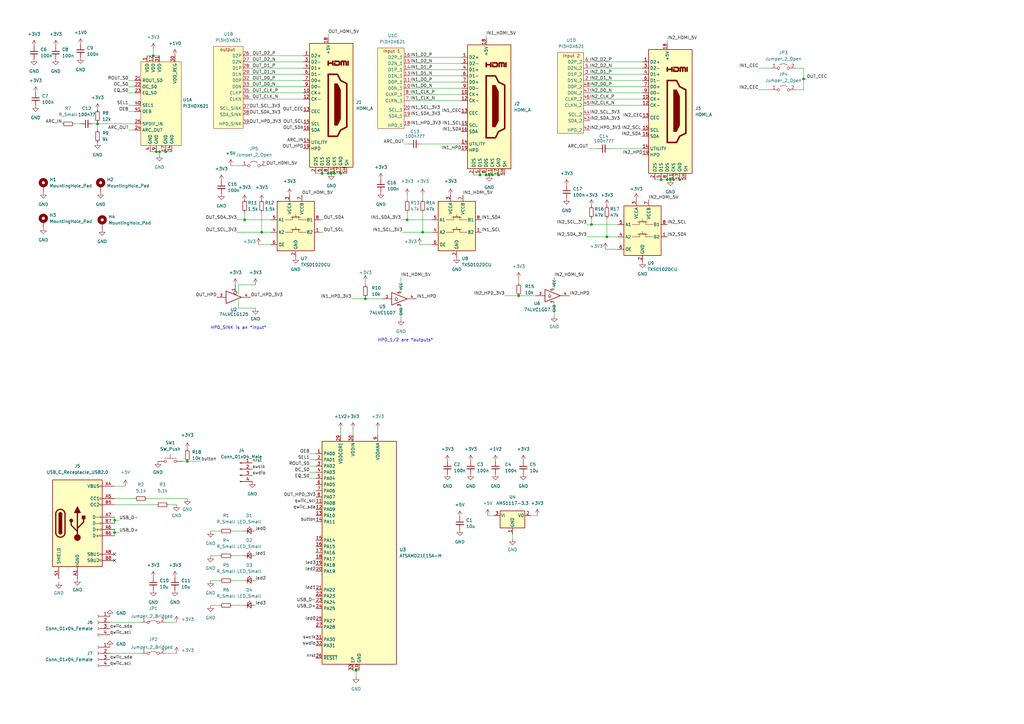
<source format=kicad_sch>
(kicad_sch (version 20230121) (generator eeschema)
  (paper "A3")
  (junction (at 167.005 90.17))
  (junction (at 242.57 92.075))
  (junction (at 248.92 97.155))
  (junction (at 107.315 95.25))
  (junction (at 67.945 62.23))
  (junction (at 271.145 73.66))
  (junction (at 135.89 71.12))
  (junction (at 62.865 22.86))
  (junction (at 100.33 90.17))
  (junction (at 329.565 32.385))
  (junction (at 40.005 50.8))
  (junction (at 139.7 71.12))
  (junction (at 196.85 71.755))
  (junction (at 149.86 122.555))
  (junction (at 146.05 274.955))
  (junction (at 274.955 73.66))
  (junction (at 199.39 71.755))
  (junction (at 137.16 71.12))
  (junction (at 273.685 73.66))
  (junction (at 212.725 121.285))
  (junction (at 65.405 62.23))
  (junction (at 200.66 71.755))
  (junction (at 173.355 95.25))
  (junction (at 204.47 71.755))
  (junction (at 76.835 189.23))
  (junction (at 134.62 71.12))
  (junction (at 132.08 71.12))
  (junction (at 46.99 218.44))
  (junction (at 276.225 73.66))
  (junction (at 46.99 213.36))
  (junction (at 201.93 71.755))
  (junction (at 64.135 62.23))
  (junction (at 278.765 73.66))
  (no_connect (at 46.99 227.33))
  (no_connect (at 46.99 229.87))
  (wire (pts (xy 200.025 211.455) (xy 202.565 211.455)))
  (wire (pts (xy 144.145 122.555) (xy 149.86 122.555)))
  (wire (pts (xy 127 191.135) (xy 129.54 191.135)))
  (wire (pts (xy 248.92 89.535) (xy 248.92 97.155)))
  (wire (pts (xy 107.315 95.25) (xy 111.125 95.25)))
  (wire (pts (xy 149.86 122.555) (xy 156.845 122.555)))
  (wire (pts (xy 94.615 67.945) (xy 99.06 67.945)))
  (wire (pts (xy 107.315 81.915) (xy 107.315 82.55)))
  (wire (pts (xy 46.99 218.44) (xy 46.99 219.71)))
  (wire (pts (xy 45.085 267.97) (xy 57.785 267.97)))
  (wire (pts (xy 102.235 27.94) (xy 124.46 27.94)))
  (wire (pts (xy 102.235 38.1) (xy 124.46 38.1)))
  (wire (pts (xy 65.405 63.5) (xy 65.405 62.23)))
  (wire (pts (xy 164.465 90.17) (xy 167.005 90.17)))
  (wire (pts (xy 149.86 115.57) (xy 149.86 116.84)))
  (wire (pts (xy 102.235 30.48) (xy 124.46 30.48)))
  (wire (pts (xy 168.275 41.275) (xy 189.23 41.275)))
  (wire (pts (xy 40.005 53.34) (xy 40.005 50.8)))
  (wire (pts (xy 204.47 71.755) (xy 207.01 71.755)))
  (wire (pts (xy 146.05 274.955) (xy 147.32 274.955)))
  (wire (pts (xy 240.665 92.075) (xy 242.57 92.075)))
  (wire (pts (xy 173.355 80.01) (xy 173.355 81.915)))
  (wire (pts (xy 95.25 238.125) (xy 99.695 238.125)))
  (wire (pts (xy 127 186.055) (xy 129.54 186.055)))
  (wire (pts (xy 52.705 53.34) (xy 55.245 53.34)))
  (wire (pts (xy 196.85 71.755) (xy 199.39 71.755)))
  (wire (pts (xy 86.36 238.125) (xy 90.17 238.125)))
  (wire (pts (xy 102.235 40.64) (xy 124.46 40.64)))
  (wire (pts (xy 144.78 175.895) (xy 144.78 178.435)))
  (wire (pts (xy 168.275 28.575) (xy 189.23 28.575)))
  (wire (pts (xy 242.57 89.535) (xy 242.57 92.075)))
  (wire (pts (xy 273.685 73.66) (xy 274.955 73.66)))
  (wire (pts (xy 69.215 207.01) (xy 72.39 207.01)))
  (wire (pts (xy 30.48 50.8) (xy 33.02 50.8)))
  (wire (pts (xy 168.275 38.735) (xy 189.23 38.735)))
  (wire (pts (xy 45.085 255.27) (xy 57.785 255.27)))
  (wire (pts (xy 46.99 218.44) (xy 48.895 218.44)))
  (wire (pts (xy 62.865 22.86) (xy 65.405 22.86)))
  (wire (pts (xy 102.235 25.4) (xy 124.46 25.4)))
  (wire (pts (xy 278.765 73.66) (xy 281.305 73.66)))
  (wire (pts (xy 167.005 80.01) (xy 167.005 81.915)))
  (wire (pts (xy 46.99 217.17) (xy 46.99 218.44)))
  (wire (pts (xy 167.005 90.17) (xy 177.165 90.17)))
  (wire (pts (xy 172.72 59.055) (xy 189.23 59.055)))
  (wire (pts (xy 100.33 90.17) (xy 111.125 90.17)))
  (wire (pts (xy 168.275 33.655) (xy 189.23 33.655)))
  (wire (pts (xy 46.99 207.01) (xy 64.135 207.01)))
  (wire (pts (xy 168.275 23.495) (xy 189.23 23.495)))
  (wire (pts (xy 212.725 114.3) (xy 212.725 116.205)))
  (wire (pts (xy 86.36 248.285) (xy 90.17 248.285)))
  (wire (pts (xy 67.945 255.27) (xy 72.39 255.27)))
  (wire (pts (xy 194.31 71.755) (xy 196.85 71.755)))
  (wire (pts (xy 97.79 120.65) (xy 97.79 116.84)))
  (wire (pts (xy 52.705 33.02) (xy 55.245 33.02)))
  (wire (pts (xy 62.865 20.32) (xy 62.865 22.86)))
  (wire (pts (xy 46.99 213.36) (xy 46.99 214.63)))
  (wire (pts (xy 95.25 248.285) (xy 99.695 248.285)))
  (wire (pts (xy 268.605 73.66) (xy 271.145 73.66)))
  (wire (pts (xy 46.99 212.09) (xy 46.99 213.36)))
  (wire (pts (xy 127 193.675) (xy 129.54 193.675)))
  (wire (pts (xy 210.185 219.075) (xy 210.185 220.98)))
  (wire (pts (xy 167.005 86.995) (xy 167.005 90.17)))
  (wire (pts (xy 201.93 71.755) (xy 200.66 71.755)))
  (wire (pts (xy 61.595 62.23) (xy 64.135 62.23)))
  (wire (pts (xy 134.62 13.97) (xy 134.62 15.24)))
  (wire (pts (xy 273.685 16.51) (xy 273.685 17.78)))
  (wire (pts (xy 149.86 121.92) (xy 149.86 122.555)))
  (wire (pts (xy 200.66 71.755) (xy 199.39 71.755)))
  (wire (pts (xy 139.7 71.12) (xy 137.16 71.12)))
  (wire (pts (xy 139.7 71.12) (xy 142.24 71.12)))
  (wire (pts (xy 127 196.215) (xy 129.54 196.215)))
  (wire (pts (xy 102.235 22.86) (xy 124.46 22.86)))
  (wire (pts (xy 172.085 100.33) (xy 177.165 100.33)))
  (wire (pts (xy 131.445 90.17) (xy 132.715 90.17)))
  (wire (pts (xy 241.935 35.56) (xy 263.525 35.56)))
  (wire (pts (xy 46.99 213.36) (xy 48.895 213.36)))
  (wire (pts (xy 137.16 71.12) (xy 135.89 71.12)))
  (wire (pts (xy 52.705 43.18) (xy 55.245 43.18)))
  (wire (pts (xy 329.565 32.385) (xy 329.565 36.83)))
  (wire (pts (xy 263.525 55.88) (xy 262.89 55.88)))
  (wire (pts (xy 168.275 36.195) (xy 189.23 36.195)))
  (wire (pts (xy 154.94 175.895) (xy 154.94 178.435)))
  (wire (pts (xy 76.835 189.23) (xy 82.55 189.23)))
  (wire (pts (xy 144.78 274.955) (xy 146.05 274.955)))
  (wire (pts (xy 52.705 38.1) (xy 55.245 38.1)))
  (wire (pts (xy 135.89 71.12) (xy 134.62 71.12)))
  (wire (pts (xy 139.7 175.895) (xy 139.7 178.435)))
  (wire (pts (xy 106.045 100.33) (xy 111.125 100.33)))
  (wire (pts (xy 52.705 35.56) (xy 55.245 35.56)))
  (wire (pts (xy 86.36 227.965) (xy 90.17 227.965)))
  (wire (pts (xy 97.79 123.19) (xy 97.79 126.365)))
  (wire (pts (xy 311.15 36.83) (xy 316.23 36.83)))
  (wire (pts (xy 65.405 62.23) (xy 67.945 62.23)))
  (wire (pts (xy 102.235 33.02) (xy 124.46 33.02)))
  (wire (pts (xy 100.33 86.995) (xy 100.33 90.17)))
  (wire (pts (xy 248.285 102.235) (xy 253.365 102.235)))
  (wire (pts (xy 67.945 62.23) (xy 70.485 62.23)))
  (wire (pts (xy 329.565 27.94) (xy 326.39 27.94)))
  (wire (pts (xy 64.135 62.23) (xy 65.405 62.23)))
  (wire (pts (xy 217.805 211.455) (xy 220.345 211.455)))
  (wire (pts (xy 173.355 95.25) (xy 177.165 95.25)))
  (wire (pts (xy 165.1 95.25) (xy 173.355 95.25)))
  (wire (pts (xy 127 188.595) (xy 129.54 188.595)))
  (wire (pts (xy 95.25 227.965) (xy 99.695 227.965)))
  (wire (pts (xy 329.565 32.385) (xy 330.835 32.385)))
  (wire (pts (xy 241.935 30.48) (xy 263.525 30.48)))
  (wire (pts (xy 46.99 204.47) (xy 55.245 204.47)))
  (wire (pts (xy 67.945 267.97) (xy 72.39 267.97)))
  (wire (pts (xy 227.33 113.665) (xy 227.33 118.745)))
  (wire (pts (xy 102.235 35.56) (xy 124.46 35.56)))
  (wire (pts (xy 240.665 97.155) (xy 248.92 97.155)))
  (wire (pts (xy 168.275 26.035) (xy 189.23 26.035)))
  (wire (pts (xy 329.565 27.94) (xy 329.565 32.385)))
  (wire (pts (xy 164.465 125.095) (xy 164.465 130.81)))
  (wire (pts (xy 276.225 73.66) (xy 278.765 73.66)))
  (wire (pts (xy 168.275 31.115) (xy 189.23 31.115)))
  (wire (pts (xy 97.155 90.17) (xy 100.33 90.17)))
  (wire (pts (xy 227.33 123.825) (xy 227.33 129.54)))
  (wire (pts (xy 60.325 204.47) (xy 76.835 204.47)))
  (wire (pts (xy 241.935 27.94) (xy 263.525 27.94)))
  (wire (pts (xy 212.725 121.285) (xy 219.71 121.285)))
  (wire (pts (xy 40.005 50.8) (xy 55.245 50.8)))
  (wire (pts (xy 100.33 81.915) (xy 100.33 82.55)))
  (wire (pts (xy 74.93 189.23) (xy 76.835 189.23)))
  (wire (pts (xy 241.935 33.02) (xy 263.525 33.02)))
  (wire (pts (xy 107.315 86.995) (xy 107.315 95.25)))
  (wire (pts (xy 131.445 95.25) (xy 132.715 95.25)))
  (wire (pts (xy 134.62 71.12) (xy 132.08 71.12)))
  (wire (pts (xy 241.935 40.64) (xy 263.525 40.64)))
  (wire (pts (xy 38.1 50.8) (xy 40.005 50.8)))
  (wire (pts (xy 97.79 116.84) (xy 104.775 116.84)))
  (wire (pts (xy 95.25 217.805) (xy 99.695 217.805)))
  (wire (pts (xy 167.64 59.055) (xy 165.735 59.055)))
  (wire (pts (xy 241.935 43.18) (xy 263.525 43.18)))
  (wire (pts (xy 329.565 36.83) (xy 326.39 36.83)))
  (wire (pts (xy 199.39 14.605) (xy 199.39 15.875)))
  (wire (pts (xy 146.05 274.955) (xy 146.05 277.495)))
  (wire (pts (xy 60.325 22.86) (xy 62.865 22.86)))
  (wire (pts (xy 250.19 60.96) (xy 263.525 60.96)))
  (wire (pts (xy 164.465 113.665) (xy 164.465 120.015)))
  (wire (pts (xy 173.355 86.995) (xy 173.355 95.25)))
  (wire (pts (xy 40.005 50.165) (xy 40.005 50.8)))
  (wire (pts (xy 52.705 45.72) (xy 55.245 45.72)))
  (wire (pts (xy 241.935 38.1) (xy 263.525 38.1)))
  (wire (pts (xy 245.11 60.96) (xy 241.3 60.96)))
  (wire (pts (xy 46.99 199.39) (xy 51.435 199.39)))
  (wire (pts (xy 248.92 97.155) (xy 253.365 97.155)))
  (wire (pts (xy 242.57 92.075) (xy 253.365 92.075)))
  (wire (pts (xy 97.155 95.25) (xy 107.315 95.25)))
  (wire (pts (xy 263.525 53.34) (xy 262.89 53.34)))
  (wire (pts (xy 311.15 27.94) (xy 316.23 27.94)))
  (wire (pts (xy 97.79 126.365) (xy 104.775 126.365)))
  (wire (pts (xy 204.47 71.755) (xy 201.93 71.755)))
  (wire (pts (xy 207.01 121.285) (xy 212.725 121.285)))
  (wire (pts (xy 86.36 217.805) (xy 90.17 217.805)))
  (wire (pts (xy 271.145 73.66) (xy 273.685 73.66)))
  (wire (pts (xy 274.955 73.66) (xy 276.225 73.66)))
  (wire (pts (xy 129.54 71.12) (xy 132.08 71.12)))
  (wire (pts (xy 241.935 25.4) (xy 263.525 25.4)))
  (text "deisgned for JLCPCB Stackup: JLC04161H-7628" (at 85.725 -8.255 0) (effects (font (size 5 5)) (justify left bottom)))
  (text "HPD_SINK is an *input*" (at 86.36 135.255 0) (effects (font (size 1.27 1.27)) (justify left bottom)))
  (text "HPD_1/2 are *outputs*" (at 154.94 140.335 0) (effects (font (size 1.27 1.27)) (justify left bottom)))
  (label "IN1_HDMI_5V" (at 164.465 113.665 0))
  (label "OUT_SCL_3V3" (at 97.155 95.25 180))
  (label "OUT_SDA" (at 124.46 53.34 180))
  (label "OUT_D2_P" (at 103.505 22.86 0))
  (label "led1" (at 129.54 241.935 180))
  (label "led0" (at 129.54 254.635 180))
  (label "IN1_D1_N" (at 168.275 31.115 0))
  (label "ROUT_S0" (at 127 191.135 180))
  (label "button" (at 82.55 189.23 0))
  (label "IN1_HPD" (at 170.815 122.555 0))
  (label "IN1_CEC" (at 189.23 46.355 180))
  (label "IN2_SCL_3V3" (at 241.935 46.99 0))
  (label "IN1_D2_N" (at 168.275 26.035 0))
  (label "OUT_HPD" (at 88.9 121.92 180))
  (label "IN1_SDA_3V3" (at 168.275 47.625 0))
  (label "IN1_SCL" (at 197.485 95.25 0))
  (label "OUT_SDA_3V3" (at 97.155 90.17 180))
  (label "led2" (at 104.775 238.125 0))
  (label "nrst" (at 129.54 269.875 180))
  (label "led3" (at 129.54 231.775 180))
  (label "IN1_SCL_3V3" (at 165.1 95.25 180))
  (label "IN2_SCL" (at 273.685 92.075 0))
  (label "OUT_CLK_N" (at 103.505 40.64 0))
  (label "qwiic_sda" (at 45.085 270.51 0))
  (label "IN1_D0_P" (at 168.275 33.655 0))
  (label "IN2_SDA" (at 262.89 55.88 180))
  (label "OUT_SDA" (at 132.715 90.17 0))
  (label "led2" (at 129.54 234.315 180))
  (label "IN1_SCL" (at 189.23 51.435 180))
  (label "IN2_CEC" (at 263.525 48.26 180))
  (label "OUT_D1_P" (at 103.505 27.94 0))
  (label "OUT_SCL" (at 132.715 95.25 0))
  (label "SEL1" (at 52.705 43.18 180))
  (label "USB_D-" (at 129.54 247.015 180))
  (label "OUT_CLK_P" (at 103.505 38.1 0))
  (label "OC_S0" (at 127 193.675 180))
  (label "OUT_SCL_3V3" (at 102.235 44.45 0))
  (label "OUT_CEC" (at 124.46 45.72 180))
  (label "IN1_HPD_3V3" (at 144.145 122.555 180))
  (label "IN2_CEC" (at 311.15 36.83 180))
  (label "IN1_SDA" (at 197.485 90.17 0))
  (label "IN2_SCL" (at 262.89 53.34 180))
  (label "IN1_CLK_N" (at 168.275 41.275 0))
  (label "IN2_D1_N" (at 241.935 33.02 0))
  (label "qwiic_scl" (at 129.54 206.375 180))
  (label "IN1_CEC" (at 311.15 27.94 180))
  (label "ARC_IN" (at 25.4 50.8 180))
  (label "OUT_HDMI_5V" (at 123.825 80.01 0))
  (label "qwiic_sda" (at 129.54 208.915 180))
  (label "qwiic_scl" (at 45.085 273.05 0))
  (label "IN2_SDA" (at 273.685 97.155 0))
  (label "led3" (at 104.775 248.285 0))
  (label "USB_D+" (at 48.895 218.44 0))
  (label "OUT_HPD_3V3" (at 129.54 203.835 180))
  (label "qwiic_sda" (at 45.085 257.81 0))
  (label "swclk" (at 129.54 262.255 180))
  (label "OUT_CEC" (at 330.835 32.385 0))
  (label "button" (at 129.54 213.995 180))
  (label "ARC_IN" (at 124.46 58.42 180))
  (label "OUT_HPD_3V3" (at 102.87 121.92 0))
  (label "qwiic_scl" (at 45.085 260.35 0))
  (label "IN1_HDMI_5V" (at 199.39 14.605 0))
  (label "IN1_D2_P" (at 168.275 23.495 0))
  (label "led0" (at 104.775 217.805 0))
  (label "IN1_D1_P" (at 168.275 28.575 0))
  (label "led1" (at 104.775 227.965 0))
  (label "IN2_SCL_3V3" (at 240.665 92.075 180))
  (label "OUT_HDMI_5V" (at 109.22 67.945 0))
  (label "IN2_HPD_3V3" (at 241.935 53.34 0))
  (label "IN1_D0_N" (at 168.275 36.195 0))
  (label "ARC_OUT" (at 165.735 59.055 180))
  (label "OEB" (at 127 186.055 180))
  (label "IN2_D0_P" (at 241.935 35.56 0))
  (label "nrst" (at 103.505 189.865 0))
  (label "IN2_CLK_N" (at 241.935 43.18 0))
  (label "OUT_HPD" (at 124.46 60.96 180))
  (label "IN2_HPD_3V3" (at 207.01 121.285 180))
  (label "IN1_SDA_3V3" (at 164.465 90.17 180))
  (label "IN2_SDA_3V3" (at 241.935 49.53 0))
  (label "swdio" (at 103.505 194.945 0))
  (label "IN2_HPD" (at 263.525 63.5 180))
  (label "OUT_HDMI_5V" (at 134.62 13.97 0))
  (label "ARC_OUT" (at 52.705 53.34 180))
  (label "SEL1" (at 127 188.595 180))
  (label "swdio" (at 129.54 264.795 180))
  (label "IN1_HPD_3V3" (at 168.275 51.435 0))
  (label "IN2_HDMI_5V" (at 266.065 81.915 0))
  (label "IN2_HDMI_5V" (at 227.33 113.665 0))
  (label "IN2_D0_N" (at 241.935 38.1 0))
  (label "OUT_D0_N" (at 103.505 35.56 0))
  (label "USB_D-" (at 48.895 213.36 0))
  (label "IN2_SDA_3V3" (at 240.665 97.155 180))
  (label "OC_S0" (at 52.705 35.56 180))
  (label "swclk" (at 103.505 192.405 0))
  (label "IN2_D2_P" (at 241.935 25.4 0))
  (label "EQ_S0" (at 127 196.215 180))
  (label "ARC_OUT" (at 241.3 60.96 180))
  (label "OEB" (at 52.705 45.72 180))
  (label "IN1_HPD" (at 189.23 61.595 180))
  (label "IN1_SDA" (at 189.23 53.975 180))
  (label "IN2_D2_N" (at 241.935 27.94 0))
  (label "OUT_D1_N" (at 103.505 30.48 0))
  (label "IN1_SCL_3V3" (at 168.275 45.085 0))
  (label "IN1_CLK_P" (at 168.275 38.735 0))
  (label "IN2_HPD" (at 233.68 121.285 0))
  (label "USB_D+" (at 129.54 249.555 180))
  (label "ROUT_S0" (at 52.705 33.02 180))
  (label "OUT_D2_N" (at 103.505 25.4 0))
  (label "OUT_SCL" (at 124.46 50.8 180))
  (label "IN2_D1_P" (at 241.935 30.48 0))
  (label "IN2_HDMI_5V" (at 273.685 16.51 0))
  (label "IN1_HDMI_5V" (at 189.865 80.01 0))
  (label "IN2_CLK_P" (at 241.935 40.64 0))
  (label "OUT_SDA_3V3" (at 102.235 46.99 0))
  (label "OUT_D0_P" (at 103.505 33.02 0))
  (label "EQ_S0" (at 52.705 38.1 180))
  (label "OUT_HPD_3V3" (at 102.235 50.8 0))
  (symbol (lib_name "PI3HDX621_2") (lib_id "stary:PI3HDX621") (at 160.655 34.925 0) (mirror y) (unit 3)
    (property "Reference" "U1" (at 160.9725 14.605 0))
    (property "Value" "PI3HDX621" (at 160.9725 17.145 0))
    (property "Footprint" "Package_QFP:LQFP-48_7x7mm_P0.5mm" (effects hide))
    (property "Datasheet" "https://www.diodes.com/assets/Datasheets/PI3HDX621.pdf" (effects hide))
  )
  (symbol (lib_id "Mechanical:MountingHole_Pad") (at 41.275 76.2 0) (unit 1)
    (property "Reference" "H2" (at 43.815 73.6599 0) (effects (justify left)))
    (property "Value" "MountingHole_Pad" (at 43.815 76.1999 0) (effects (justify left)))
    (property "Footprint" "MountingHole:MountingHole_3.2mm_M3_Pad_Via" (effects hide))
  )
  (symbol (lib_id "Device:C_Small") (at 13.97 21.59 0) (unit 1)
    (property "Reference" "C6" (at 16.51 20.3262 0) (effects (justify left)))
    (property "Value" "100n" (at 16.51 22.86 0) (effects (justify left)))
    (property "Footprint" "Capacitor_SMD:C_0402_1005Metric" (effects hide))
  )
  (symbol (lib_id "Device:LED_Small") (at 102.235 238.125 0) (unit 1)
    (property "Reference" "D3" (at 102.235 231.775 0))
    (property "Value" "LED_Small" (at 102.235 234.315 0))
    (property "Footprint" "LED_SMD:LED_0603_1608Metric" (effects hide))
  )
  (symbol (lib_id "power:+1V0") (at 33.02 18.415 0) (unit 1)
    (property "Reference" "#PWR0142" (effects hide))
    (property "Value" "+1V0" (at 33.02 13.335 0))
  )
  (symbol (lib_id "power:+3V3") (at 232.41 76.2 0) (unit 1)
    (property "Reference" "#PWR0179" (effects hide))
    (property "Value" "+3V3" (at 232.41 71.12 0))
  )
  (symbol (lib_id "Device:R_Small") (at 107.315 84.455 0) (unit 1)
    (property "Reference" "R12" (at 108.585 83.185 0) (effects (justify left)))
    (property "Value" "1.5k" (at 108.585 85.725 0) (effects (justify left)))
    (property "Footprint" "Resistor_SMD:R_0603_1608Metric" (effects hide))
  )
  (symbol (lib_id "Device:LED_Small") (at 102.235 217.805 0) (unit 1)
    (property "Reference" "D1" (at 102.235 211.455 0))
    (property "Value" "LED_Small" (at 102.235 213.995 0))
    (property "Footprint" "LED_SMD:LED_0603_1608Metric" (effects hide))
  )
  (symbol (lib_id "power:GND") (at 135.89 71.12 0) (unit 1)
    (property "Reference" "#PWR0102" (effects hide))
    (property "Value" "GND" (at 135.89 76.2 0))
  )
  (symbol (lib_id "power:+3V3") (at 71.755 236.855 0) (unit 1)
    (property "Reference" "#PWR0152" (effects hide))
    (property "Value" "+3V3" (at 71.755 231.775 0))
  )
  (symbol (lib_id "power:+3V3") (at 100.33 82.55 0) (unit 1)
    (property "Reference" "#PWR0169" (effects hide))
    (property "Value" "+3V3" (at 100.33 76.835 0))
  )
  (symbol (lib_id "Device:R_Small") (at 92.71 227.965 90) (unit 1)
    (property "Reference" "R4" (at 92.71 221.615 90))
    (property "Value" "R_Small" (at 92.71 224.155 90))
    (property "Footprint" "Resistor_SMD:R_0603_1608Metric" (effects hide))
  )
  (symbol (lib_id "power:+3V3") (at 214.63 189.23 0) (unit 1)
    (property "Reference" "#PWR0122" (effects hide))
    (property "Value" "+3V3" (at 214.63 184.15 0))
  )
  (symbol (lib_id "power:GND") (at 90.805 79.375 0) (unit 1)
    (property "Reference" "#PWR0177" (effects hide))
    (property "Value" "GND" (at 90.805 84.455 0))
  )
  (symbol (lib_id "power:GND") (at 183.515 194.31 0) (unit 1)
    (property "Reference" "#PWR0118" (effects hide))
    (property "Value" "GND" (at 183.515 199.39 0))
  )
  (symbol (lib_id "power:GND") (at 45.085 265.43 180) (unit 1)
    (property "Reference" "#PWR0148" (effects hide))
    (property "Value" "GND" (at 47.625 264.1599 0) (effects (justify right)))
  )
  (symbol (lib_id "Device:C_Small") (at 62.865 239.395 0) (unit 1)
    (property "Reference" "C10" (at 65.405 238.1312 0) (effects (justify left)))
    (property "Value" "10u" (at 65.405 240.6712 0) (effects (justify left)))
    (property "Footprint" "Capacitor_SMD:C_0603_1608Metric" (effects hide))
  )
  (symbol (lib_id "Device:C_Small") (at 183.515 191.77 0) (unit 1)
    (property "Reference" "C2" (at 186.055 190.5062 0) (effects (justify left)))
    (property "Value" "100n" (at 186.055 193.04 0) (effects (justify left)))
    (property "Footprint" "Capacitor_SMD:C_0402_1005Metric" (effects hide))
  )
  (symbol (lib_id "power:GND") (at 72.39 207.01 0) (unit 1)
    (property "Reference" "#PWR0109" (effects hide))
    (property "Value" "GND" (at 72.39 211.455 0))
  )
  (symbol (lib_id "Device:C_Small") (at 33.02 20.955 0) (unit 1)
    (property "Reference" "C9" (at 35.56 19.6912 0) (effects (justify left)))
    (property "Value" "100n" (at 35.56 22.225 0) (effects (justify left)))
    (property "Footprint" "Capacitor_SMD:C_0603_1608Metric" (effects hide))
  )
  (symbol (lib_id "power:GND") (at 193.04 194.31 0) (unit 1)
    (property "Reference" "#PWR0117" (effects hide))
    (property "Value" "GND" (at 193.04 199.39 0))
  )
  (symbol (lib_id "Connector:HDMI_A") (at 134.62 43.18 0) (unit 1)
    (property "Reference" "J1" (at 146.05 41.9099 0) (effects (justify left)))
    (property "Value" "HDMI_A" (at 146.05 44.4499 0) (effects (justify left)))
    (property "Footprint" "stary:HDMI-SS-53000" (effects hide))
    (property "Datasheet" "https://en.wikipedia.org/wiki/HDMI" (effects hide))
  )
  (symbol (lib_id "MCU_Microchip_SAMD:ATSAMD21E15A-M") (at 147.32 226.695 0) (unit 1)
    (property "Reference" "U3" (at 163.83 225.4249 0) (effects (justify left)))
    (property "Value" "ATSAMD21E15A-M" (at 163.83 227.9649 0) (effects (justify left)))
    (property "Footprint" "Package_DFN_QFN:QFN-32-1EP_5x5mm_P0.5mm_EP3.6x3.6mm" (effects hide))
    (property "Datasheet" "http://ww1.microchip.com/downloads/en/DeviceDoc/SAM_D21_DA1_Family_Data%20Sheet_DS40001882E.pdf" (effects hide))
  )
  (symbol (lib_id "power:GND") (at 104.775 126.365 0) (unit 1)
    (property "Reference" "#PWR0167" (effects hide))
    (property "Value" "GND" (at 104.775 130.81 0))
  )
  (symbol (lib_id "Device:C_Small") (at 247.65 60.96 90) (unit 1)
    (property "Reference" "C14" (at 247.65 55.88 90))
    (property "Value" "100n???" (at 247.65 57.785 90))
    (property "Footprint" "Capacitor_SMD:C_0402_1005Metric" (effects hide))
  )
  (symbol (lib_id "power:+3V3") (at 62.865 20.32 0) (unit 1)
    (property "Reference" "#PWR0110" (effects hide))
    (property "Value" "+3V3" (at 62.865 15.24 0))
  )
  (symbol (lib_id "power:GND") (at 31.75 237.49 0) (unit 1)
    (property "Reference" "#PWR0133" (effects hide))
    (property "Value" "GND" (at 31.75 241.935 0))
  )
  (symbol (lib_id "power:+3V3") (at 13.97 19.05 0) (unit 1)
    (property "Reference" "#PWR0136" (effects hide))
    (property "Value" "+3V3" (at 13.97 13.97 0))
  )
  (symbol (lib_id "Connector:HDMI_A") (at 273.685 45.72 0) (unit 1)
    (property "Reference" "J3" (at 285.115 44.4499 0) (effects (justify left)))
    (property "Value" "HDMI_A" (at 285.115 46.9899 0) (effects (justify left)))
    (property "Footprint" "stary:HDMI-SS-53000" (effects hide))
    (property "Datasheet" "https://en.wikipedia.org/wiki/HDMI" (effects hide))
  )
  (symbol (lib_id "power:GND") (at 203.2 194.31 0) (unit 1)
    (property "Reference" "#PWR0114" (effects hide))
    (property "Value" "GND" (at 203.2 199.39 0))
  )
  (symbol (lib_id "power:GND") (at 210.185 220.98 0) (unit 1)
    (property "Reference" "#PWR0115" (effects hide))
    (property "Value" "GND" (at 210.185 225.425 0))
  )
  (symbol (lib_id "power:GND") (at 17.78 93.345 0) (unit 1)
    (property "Reference" "#PWR0106" (effects hide))
    (property "Value" "GND" (at 17.78 98.425 0))
  )
  (symbol (lib_id "power:+3V3") (at 184.785 80.01 0) (unit 1)
    (property "Reference" "#PWR0171" (effects hide))
    (property "Value" "+3V3" (at 184.785 74.295 0))
  )
  (symbol (lib_id "Mechanical:MountingHole_Pad") (at 17.78 90.805 0) (unit 1)
    (property "Reference" "H3" (at 20.32 88.2649 0) (effects (justify left)))
    (property "Value" "MountingHole_Pad" (at 20.32 90.8049 0) (effects (justify left)))
    (property "Footprint" "MountingHole:MountingHole_3.2mm_M3_Pad_Via" (effects hide))
  )
  (symbol (lib_id "power:GND") (at 24.13 238.76 0) (unit 1)
    (property "Reference" "#PWR0134" (effects hide))
    (property "Value" "GND" (at 24.13 243.205 0))
  )
  (symbol (lib_id "power:+3V3") (at 107.315 82.55 0) (unit 1)
    (property "Reference" "#PWR0160" (effects hide))
    (property "Value" "+3V3" (at 107.315 76.835 0))
  )
  (symbol (lib_id "Device:R_Small") (at 76.835 186.69 0) (unit 1)
    (property "Reference" "R18" (at 78.74 185.4199 0) (effects (justify left)))
    (property "Value" "10k" (at 78.74 187.9599 0) (effects (justify left)))
    (property "Footprint" "Resistor_SMD:R_0603_1608Metric" (effects hide))
  )
  (symbol (lib_id "power:+1V2") (at 139.7 175.895 0) (unit 1)
    (property "Reference" "#PWR0128" (effects hide))
    (property "Value" "+1V2" (at 139.7 170.815 0))
  )
  (symbol (lib_id "power:GND") (at 13.97 24.13 0) (unit 1)
    (property "Reference" "#PWR0135" (effects hide))
    (property "Value" "GND" (at 13.97 29.21 0))
  )
  (symbol (lib_id "power:+3V3") (at 118.745 80.01 0) (unit 1)
    (property "Reference" "#PWR0157" (effects hide))
    (property "Value" "+3V3" (at 118.745 74.295 0))
  )
  (symbol (lib_id "power:GND") (at 14.605 43.18 0) (unit 1)
    (property "Reference" "#PWR0139" (effects hide))
    (property "Value" "GND" (at 14.605 48.26 0))
  )
  (symbol (lib_id "power:+3V3") (at 144.78 175.895 0) (unit 1)
    (property "Reference" "#PWR0126" (effects hide))
    (property "Value" "+3V3" (at 144.78 170.815 0))
  )
  (symbol (lib_id "power:+3V3") (at 104.775 116.84 0) (unit 1)
    (property "Reference" "#PWR0168" (effects hide))
    (property "Value" "+3V3" (at 104.775 111.76 0))
  )
  (symbol (lib_id "power:GND") (at 156.21 78.74 0) (unit 1)
    (property "Reference" "#PWR0174" (effects hide))
    (property "Value" "GND" (at 156.21 83.82 0))
  )
  (symbol (lib_id "power:+3V3") (at 156.21 73.66 0) (unit 1)
    (property "Reference" "#PWR0175" (effects hide))
    (property "Value" "+3V3" (at 156.21 68.58 0))
  )
  (symbol (lib_id "power:+3V3") (at 248.285 102.235 0) (unit 1)
    (property "Reference" "#PWR0182" (effects hide))
    (property "Value" "+3V3" (at 241.935 100.965 0) (effects (justify left)))
  )
  (symbol (lib_id "Connector:HDMI_A") (at 199.39 43.815 0) (unit 1)
    (property "Reference" "J2" (at 210.82 42.5449 0) (effects (justify left)))
    (property "Value" "HDMI_A" (at 210.82 45.0849 0) (effects (justify left)))
    (property "Footprint" "stary:HDMI-SS-53000" (effects hide))
    (property "Datasheet" "https://en.wikipedia.org/wiki/HDMI" (effects hide))
  )
  (symbol (lib_id "power:+3V3") (at 193.04 189.23 0) (unit 1)
    (property "Reference" "#PWR0120" (effects hide))
    (property "Value" "+3V3" (at 193.04 184.15 0))
  )
  (symbol (lib_id "power:GND") (at 86.36 217.805 0) (unit 1)
    (property "Reference" "#PWR0130" (effects hide))
    (property "Value" "GND" (at 86.36 222.885 0))
  )
  (symbol (lib_id "power:+3V3") (at 76.835 184.15 0) (unit 1)
    (property "Reference" "#PWR0185" (effects hide))
    (property "Value" "+3V3" (at 76.835 178.435 0))
  )
  (symbol (lib_id "Device:R_Small") (at 100.33 84.455 0) (unit 1)
    (property "Reference" "R11" (at 101.6 83.185 0) (effects (justify left)))
    (property "Value" "1.5k" (at 101.6 85.725 0) (effects (justify left)))
    (property "Footprint" "Resistor_SMD:R_0603_1608Metric" (effects hide))
  )
  (symbol (lib_id "Device:R_Small") (at 92.71 217.805 90) (unit 1)
    (property "Reference" "R1" (at 92.71 211.455 90))
    (property "Value" "R_Small" (at 92.71 213.995 90))
    (property "Footprint" "Resistor_SMD:R_0603_1608Metric" (effects hide))
  )
  (symbol (lib_id "power:GND") (at 33.02 23.495 0) (unit 1)
    (property "Reference" "#PWR0141" (effects hide))
    (property "Value" "GND" (at 33.02 28.575 0))
  )
  (symbol (lib_id "power:GND") (at 41.275 78.74 0) (unit 1)
    (property "Reference" "#PWR0105" (effects hide))
    (property "Value" "GND" (at 41.275 83.82 0))
  )
  (symbol (lib_id "stary:PI3HDX621") (at 66.04 41.91 0) (unit 1)
    (property "Reference" "U1" (at 74.93 40.9574 0) (effects (justify left)))
    (property "Value" "PI3HDX621" (at 74.93 43.4974 0) (effects (justify left)))
    (property "Footprint" "Package_QFP:LQFP-48_7x7mm_P0.5mm" (effects hide))
    (property "Datasheet" "https://www.diodes.com/assets/Datasheets/PI3HDX621.pdf" (effects hide))
  )
  (symbol (lib_id "Jumper:Jumper_2_Open") (at 321.31 27.94 0) (unit 1)
    (property "Reference" "JP3" (at 321.31 21.59 0))
    (property "Value" "Jumper_2_Open" (at 321.31 24.13 0))
    (property "Footprint" "Jumper:SolderJumper-2_P1.3mm_Open_RoundedPad1.0x1.5mm" (effects hide))
  )
  (symbol (lib_id "Device:R_Small") (at 149.86 119.38 0) (unit 1)
    (property "Reference" "R10" (at 152.4 118.1099 0) (effects (justify left)))
    (property "Value" "10k" (at 152.4 120.6499 0) (effects (justify left)))
    (property "Footprint" "Resistor_SMD:R_0603_1608Metric" (effects hide))
  )
  (symbol (lib_id "Device:R_Small") (at 248.92 86.995 0) (unit 1)
    (property "Reference" "R17" (at 250.19 85.725 0) (effects (justify left)))
    (property "Value" "47k" (at 250.19 88.265 0) (effects (justify left)))
    (property "Footprint" "Resistor_SMD:R_0603_1608Metric" (effects hide))
  )
  (symbol (lib_id "power:+3V3") (at 106.045 100.33 0) (unit 1)
    (property "Reference" "#PWR0178" (effects hide))
    (property "Value" "+3V3" (at 99.695 99.06 0) (effects (justify left)))
  )
  (symbol (lib_id "Device:R_Small") (at 92.71 248.285 90) (unit 1)
    (property "Reference" "R6" (at 92.71 241.935 90))
    (property "Value" "R_Small" (at 92.71 244.475 90))
    (property "Footprint" "Resistor_SMD:R_0603_1608Metric" (effects hide))
  )
  (symbol (lib_id "power:+1V2") (at 203.2 189.23 0) (unit 1)
    (property "Reference" "#PWR0113" (effects hide))
    (property "Value" "+1V2" (at 203.2 184.15 0))
  )
  (symbol (lib_id "Device:R_Small") (at 92.71 238.125 90) (unit 1)
    (property "Reference" "R5" (at 92.71 231.775 90))
    (property "Value" "R_Small" (at 92.71 234.315 90))
    (property "Footprint" "Resistor_SMD:R_0603_1608Metric" (effects hide))
  )
  (symbol (lib_id "Device:R_Small") (at 40.005 47.625 0) (unit 1)
    (property "Reference" "R8" (at 41.91 46.3549 0) (effects (justify left)))
    (property "Value" "12k" (at 41.91 48.8949 0) (effects (justify left)))
    (property "Footprint" "Resistor_SMD:R_0603_1608Metric" (effects hide))
  )
  (symbol (lib_id "Device:R_Small") (at 212.725 118.745 0) (unit 1)
    (property "Reference" "R15" (at 215.265 117.4749 0) (effects (justify left)))
    (property "Value" "10k" (at 215.265 120.0149 0) (effects (justify left)))
    (property "Footprint" "Resistor_SMD:R_0603_1608Metric" (effects hide))
  )
  (symbol (lib_id "power:GND") (at 71.755 241.935 0) (unit 1)
    (property "Reference" "#PWR0153" (effects hide))
    (property "Value" "GND" (at 71.755 247.015 0))
  )
  (symbol (lib_id "power:GND") (at 164.465 130.81 0) (unit 1)
    (property "Reference" "#PWR0159" (effects hide))
    (property "Value" "GND" (at 164.465 135.89 0))
  )
  (symbol (lib_id "power:GND") (at 17.78 78.74 0) (unit 1)
    (property "Reference" "#PWR0108" (effects hide))
    (property "Value" "GND" (at 17.78 83.82 0))
  )
  (symbol (lib_id "power:+3V3") (at 212.725 114.3 0) (unit 1)
    (property "Reference" "#PWR0164" (effects hide))
    (property "Value" "+3V3" (at 212.725 109.22 0))
  )
  (symbol (lib_id "power:+3V3") (at 260.985 81.915 0) (unit 1)
    (property "Reference" "#PWR0163" (effects hide))
    (property "Value" "+3V3" (at 260.985 77.47 0))
  )
  (symbol (lib_id "Device:C_Small") (at 90.805 76.835 0) (unit 1)
    (property "Reference" "C15" (at 93.345 75.5712 0) (effects (justify left)))
    (property "Value" "100n" (at 93.345 78.105 0) (effects (justify left)))
    (property "Footprint" "Capacitor_SMD:C_0402_1005Metric" (effects hide))
  )
  (symbol (lib_id "power:+3V3") (at 172.085 100.33 0) (unit 1)
    (property "Reference" "#PWR0181" (effects hide))
    (property "Value" "+3V3" (at 165.735 99.06 0) (effects (justify left)))
  )
  (symbol (lib_id "Switch:SW_Push") (at 69.85 189.23 0) (unit 1)
    (property "Reference" "SW1" (at 69.85 181.61 0))
    (property "Value" "SW_Push" (at 69.85 184.15 0))
    (property "Footprint" "stary:PTS636" (effects hide))
  )
  (symbol (lib_id "Device:C_Small") (at 22.86 21.59 0) (unit 1)
    (property "Reference" "C8" (at 25.4 20.3262 0) (effects (justify left)))
    (property "Value" "100n" (at 25.4 22.86 0) (effects (justify left)))
    (property "Footprint" "Capacitor_SMD:C_0402_1005Metric" (effects hide))
  )
  (symbol (lib_id "power:GND") (at 76.835 204.47 0) (unit 1)
    (property "Reference" "#PWR0112" (effects hide))
    (property "Value" "GND" (at 76.835 208.915 0))
  )
  (symbol (lib_id "power:GND") (at 40.005 58.42 0) (unit 1)
    (property "Reference" "#PWR0155" (effects hide))
    (property "Value" "GND" (at 40.005 63.5 0))
  )
  (symbol (lib_name "PI3HDX621_1") (lib_id "stary:PI3HDX621") (at 93.345 34.29 0) (mirror y) (unit 2)
    (property "Reference" "U1" (at 93.6625 13.97 0))
    (property "Value" "PI3HDX621" (at 93.6625 16.51 0))
    (property "Footprint" "Package_QFP:LQFP-48_7x7mm_P0.5mm" (effects hide))
    (property "Datasheet" "https://www.diodes.com/assets/Datasheets/PI3HDX621.pdf" (effects hide))
  )
  (symbol (lib_id "power:GND") (at 65.405 63.5 0) (unit 1)
    (property "Reference" "#PWR0101" (effects hide))
    (property "Value" "GND" (at 65.405 68.58 0))
  )
  (symbol (lib_id "power:GND") (at 22.86 24.13 0) (unit 1)
    (property "Reference" "#PWR0137" (effects hide))
    (property "Value" "GND" (at 22.86 29.21 0))
  )
  (symbol (lib_id "power:+3V3") (at 72.39 255.27 0) (unit 1)
    (property "Reference" "#PWR0147" (effects hide))
    (property "Value" "+3V3" (at 74.295 253.9999 0) (effects (justify left)))
  )
  (symbol (lib_id "power:GND") (at 263.525 107.315 0) (unit 1)
    (property "Reference" "#PWR0183" (effects hide))
    (property "Value" "GND" (at 263.525 112.395 0))
  )
  (symbol (lib_id "Device:LED_Small") (at 102.235 248.285 0) (unit 1)
    (property "Reference" "D4" (at 102.235 241.935 0))
    (property "Value" "LED_Small" (at 102.235 244.475 0))
    (property "Footprint" "LED_SMD:LED_0603_1608Metric" (effects hide))
  )
  (symbol (lib_id "Device:R_Small") (at 66.675 207.01 90) (unit 1)
    (property "Reference" "R3" (at 66.675 198.755 90))
    (property "Value" "5.1k" (at 66.675 201.295 90))
    (property "Footprint" "Resistor_SMD:R_0603_1608Metric" (effects hide))
  )
  (symbol (lib_id "Mechanical:MountingHole_Pad") (at 41.91 91.44 0) (unit 1)
    (property "Reference" "H4" (at 44.45 88.8999 0) (effects (justify left)))
    (property "Value" "MountingHole_Pad" (at 44.45 91.4399 0) (effects (justify left)))
    (property "Footprint" "MountingHole:MountingHole_3.2mm_M3_Pad_Via" (effects hide))
  )
  (symbol (lib_id "power:+3V3") (at 220.345 211.455 0) (unit 1)
    (property "Reference" "#PWR0123" (effects hide))
    (property "Value" "+3V3" (at 220.345 206.375 0))
  )
  (symbol (lib_id "power:+5V") (at 94.615 67.945 0) (unit 1)
    (property "Reference" "#PWR0184" (effects hide))
    (property "Value" "+5V" (at 94.615 62.865 0))
  )
  (symbol (lib_id "power:+3V3") (at 72.39 267.97 0) (unit 1)
    (property "Reference" "#PWR0146" (effects hide))
    (property "Value" "+3V3" (at 74.295 266.6999 0) (effects (justify left)))
  )
  (symbol (lib_id "power:GND") (at 41.91 93.98 0) (unit 1)
    (property "Reference" "#PWR0107" (effects hide))
    (property "Value" "GND" (at 41.91 99.06 0))
  )
  (symbol (lib_id "stary:74LVC1G07_ExplicitPower") (at 227.33 121.285 0) (unit 1)
    (property "Reference" "U6" (at 220.345 124.46 0))
    (property "Value" "74LVC1G07" (at 220.345 127 0))
    (property "Footprint" "Package_TO_SOT_SMD:SOT-23-5" (effects hide))
    (property "Datasheet" "http://www.ti.com/lit/sg/scyt129e/scyt129e.pdf" (effects hide))
  )
  (symbol (lib_id "Device:C_Small") (at 193.04 191.77 0) (unit 1)
    (property "Reference" "C3" (at 195.58 190.5062 0) (effects (justify left)))
    (property "Value" "100n" (at 195.58 193.04 0) (effects (justify left)))
    (property "Footprint" "Capacitor_SMD:C_0402_1005Metric" (effects hide))
  )
  (symbol (lib_id "power:+5V") (at 51.435 199.39 0) (unit 1)
    (property "Reference" "#PWR0132" (effects hide))
    (property "Value" "+5V" (at 51.435 193.675 0))
  )
  (symbol (lib_id "Logic_LevelTranslator:TXS0102DCU") (at 121.285 92.71 0) (unit 1)
    (property "Reference" "U7" (at 123.3044 106.045 0) (effects (justify left)))
    (property "Value" "TXS0102DCU" (at 123.3044 108.585 0) (effects (justify left)))
    (property "Footprint" "Package_SO:VSSOP-8_2.3x2mm_P0.5mm" (effects hide))
    (property "Datasheet" "http://www.ti.com/lit/gpn/txs0102" (effects hide))
  )
  (symbol (lib_id "stary:74LVC1G07_ExplicitPower") (at 164.465 122.555 0) (unit 1)
    (property "Reference" "U5" (at 156.845 125.73 0))
    (property "Value" "74LVC1G07" (at 156.845 128.27 0))
    (property "Footprint" "Package_TO_SOT_SMD:SOT-23-5" (effects hide))
    (property "Datasheet" "http://www.ti.com/lit/sg/scyt129e/scyt129e.pdf" (effects hide))
  )
  (symbol (lib_id "Connector:USB_C_Receptacle_USB2.0") (at 31.75 214.63 0) (unit 1)
    (property "Reference" "J5" (at 31.75 191.135 0))
    (property "Value" "USB_C_Receptacle_USB2.0" (at 31.75 193.675 0))
    (property "Footprint" "Connector_USB:USB_C_Receptacle_HRO_TYPE-C-31-M-12" (effects hide))
    (property "Datasheet" "https://www.usb.org/sites/default/files/documents/usb_type-c.zip" (effects hide))
  )
  (symbol (lib_id "Connector:Conn_01x04_Male") (at 98.425 192.405 0) (unit 1)
    (property "Reference" "J4" (at 99.06 184.785 0))
    (property "Value" "Conn_01x04_Male" (at 99.06 187.325 0))
    (property "Footprint" "Connector_PinHeader_2.54mm:PinHeader_1x04_P2.54mm_Vertical" (effects hide))
  )
  (symbol (lib_id "power:+3V3") (at 173.355 80.01 0) (unit 1)
    (property "Reference" "#PWR0172" (effects hide))
    (property "Value" "+3V3" (at 173.355 74.295 0))
  )
  (symbol (lib_id "Device:C_Small") (at 188.595 214.63 0) (unit 1)
    (property "Reference" "C1" (at 191.135 213.3662 0) (effects (justify left)))
    (property "Value" "10u" (at 191.135 215.9062 0) (effects (justify left)))
    (property "Footprint" "Capacitor_SMD:C_0603_1608Metric" (effects hide))
  )
  (symbol (lib_id "Jumper:Jumper_2_Open") (at 321.31 36.83 0) (unit 1)
    (property "Reference" "JP4" (at 321.31 30.48 0))
    (property "Value" "Jumper_2_Open" (at 321.31 33.02 0))
    (property "Footprint" "Jumper:SolderJumper-2_P1.3mm_Open_RoundedPad1.0x1.5mm" (effects hide))
  )
  (symbol (lib_id "power:GND") (at 187.325 105.41 0) (unit 1)
    (property "Reference" "#PWR0170" (effects hide))
    (property "Value" "GND" (at 187.325 110.49 0))
  )
  (symbol (lib_id "power:GND") (at 103.505 197.485 0) (unit 1)
    (property "Reference" "#PWR0131" (effects hide))
    (property "Value" "GND" (at 103.505 202.565 0))
  )
  (symbol (lib_id "Device:R_Small") (at 173.355 84.455 0) (unit 1)
    (property "Reference" "R14" (at 174.625 83.185 0) (effects (justify left)))
    (property "Value" "47k" (at 174.625 85.725 0) (effects (justify left)))
    (property "Footprint" "Resistor_SMD:R_0603_1608Metric" (effects hide))
  )
  (symbol (lib_id "power:+3V3") (at 40.005 45.085 0) (unit 1)
    (property "Reference" "#PWR0154" (effects hide))
    (property "Value" "+3V3" (at 40.005 40.005 0))
  )
  (symbol (lib_id "Device:C_Small") (at 232.41 78.74 0) (unit 1)
    (property "Reference" "C17" (at 234.95 77.4762 0) (effects (justify left)))
    (property "Value" "100n" (at 234.95 80.01 0) (effects (justify left)))
    (property "Footprint" "Capacitor_SMD:C_0402_1005Metric" (effects hide))
  )
  (symbol (lib_id "74xGxx:74LVC1G125") (at 96.52 121.92 0) (unit 1)
    (property "Reference" "U2" (at 95.885 127 0))
    (property "Value" "74LVC1G125" (at 95.885 128.905 0))
    (property "Footprint" "Package_TO_SOT_SMD:SOT-23-5" (effects hide))
    (property "Datasheet" "http://www.ti.com/lit/sg/scyt129e/scyt129e.pdf" (effects hide))
  )
  (symbol (lib_id "power:+3V3") (at 149.86 115.57 0) (unit 1)
    (property "Reference" "#PWR0165" (effects hide))
    (property "Value" "+3V3" (at 149.86 111.76 0))
  )
  (symbol (lib_id "power:+3V3") (at 62.865 236.855 0) (unit 1)
    (property "Reference" "#PWR0150" (effects hide))
    (property "Value" "+3V3" (at 62.865 231.775 0))
  )
  (symbol (lib_id "power:+3V3") (at 90.805 74.295 0) (unit 1)
    (property "Reference" "#PWR0176" (effects hide))
    (property "Value" "+3V3" (at 90.805 69.215 0))
  )
  (symbol (lib_id "power:+3V3") (at 154.94 175.895 0) (unit 1)
    (property "Reference" "#PWR0127" (effects hide))
    (property "Value" "+3V3" (at 154.94 170.815 0))
  )
  (symbol (lib_id "power:GND") (at 274.955 73.66 0) (unit 1)
    (property "Reference" "#PWR0104" (effects hide))
    (property "Value" "GND" (at 274.955 78.74 0))
  )
  (symbol (lib_id "power:GND") (at 86.36 238.125 0) (unit 1)
    (property "Reference" "#PWR0143" (effects hide))
    (property "Value" "GND" (at 86.36 243.205 0))
  )
  (symbol (lib_id "power:GND") (at 86.36 227.965 0) (unit 1)
    (property "Reference" "#PWR0145" (effects hide))
    (property "Value" "GND" (at 86.36 233.045 0))
  )
  (symbol (lib_id "power:+1V0") (at 71.755 22.86 0) (unit 1)
    (property "Reference" "#PWR0111" (effects hide))
    (property "Value" "+1V0" (at 71.755 17.78 0))
  )
  (symbol (lib_id "Mechanical:MountingHole_Pad") (at 17.78 76.2 0) (unit 1)
    (property "Reference" "H1" (at 20.32 73.6599 0) (effects (justify left)))
    (property "Value" "MountingHole_Pad" (at 20.32 76.1999 0) (effects (justify left)))
    (property "Footprint" "MountingHole:MountingHole_3.2mm_M3_Pad_Via" (effects hide))
  )
  (symbol (lib_id "Jumper:Jumper_2_Bridged") (at 62.865 267.97 0) (unit 1)
    (property "Reference" "JP2" (at 62.865 262.255 0))
    (property "Value" "Jumper_2_Bridged" (at 62.23 265.43 0))
    (property "Footprint" "Jumper:SolderJumper-2_P1.3mm_Open_RoundedPad1.0x1.5mm" (effects hide))
  )
  (symbol (lib_id "Device:C_Small") (at 71.755 239.395 0) (unit 1)
    (property "Reference" "C11" (at 74.295 238.1312 0) (effects (justify left)))
    (property "Value" "10u" (at 74.295 240.6712 0) (effects (justify left)))
    (property "Footprint" "Capacitor_SMD:C_0603_1608Metric" (effects hide))
  )
  (symbol (lib_id "Device:R_Small") (at 242.57 86.995 0) (unit 1)
    (property "Reference" "R16" (at 243.84 85.725 0) (effects (justify left)))
    (property "Value" "47k" (at 243.84 88.265 0) (effects (justify left)))
    (property "Footprint" "Resistor_SMD:R_0603_1608Metric" (effects hide))
  )
  (symbol (lib_id "Device:C_Small") (at 203.2 191.77 0) (unit 1)
    (property "Reference" "C4" (at 207.01 190.5062 0) (effects (justify left)))
    (property "Value" "100n" (at 207.01 193.0462 0) (effects (justify left)))
    (property "Footprint" "Capacitor_SMD:C_0402_1005Metric" (effects hide))
  )
  (symbol (lib_id "power:GND") (at 64.77 189.23 0) (unit 1)
    (property "Reference" "#PWR0186" (effects hide))
    (property "Value" "GND" (at 64.77 193.675 0))
  )
  (symbol (lib_id "power:+5V") (at 188.595 212.09 0) (unit 1)
    (property "Reference" "#PWR0124" (effects hide))
    (property "Value" "+5V" (at 188.595 207.01 0))
  )
  (symbol (lib_id "Connector:Conn_01x04_Female") (at 40.005 267.97 0) (mirror y) (unit 1)
    (property "Reference" "J7" (at 38.1 267.9699 0) (effects (justify left)))
    (property "Value" "Conn_01x04_Female" (at 38.1 270.5099 0) (effects (justify left)))
    (property "Footprint" "Connector_JST:JST_SH_SM04B-SRSS-TB_1x04-1MP_P1.00mm_Horizontal" (effects hide))
  )
  (symbol (lib_id "Device:C_Small") (at 35.56 50.8 90) (unit 1)
    (property "Reference" "C12" (at 35.56 44.45 90))
    (property "Value" "100n??" (at 35.56 46.99 90))
    (property "Footprint" "Capacitor_SMD:C_0603_1608Metric" (effects hide))
  )
  (symbol (lib_id "power:+3V3") (at 22.86 19.05 0) (unit 1)
    (property "Reference" "#PWR0138" (effects hide))
    (property "Value" "+3V3" (at 22.86 13.97 0))
  )
  (symbol (lib_id "power:GND") (at 146.05 277.495 0) (unit 1)
    (property "Reference" "#PWR0129" (effects hide))
    (property "Value" "GND" (at 146.05 282.575 0))
  )
  (symbol (lib_id "Device:LED_Small") (at 102.235 227.965 0) (unit 1)
    (property "Reference" "D2" (at 102.235 221.615 0))
    (property "Value" "LED_Small" (at 102.235 224.155 0))
    (property "Footprint" "LED_SMD:LED_0603_1608Metric" (effects hide))
  )
  (symbol (lib_id "power:+3V3") (at 248.92 84.455 0) (unit 1)
    (property "Reference" "#PWR0173" (effects hide))
    (property "Value" "+3V3" (at 248.92 80.01 0))
  )
  (symbol (lib_id "power:GND") (at 121.285 105.41 0) (unit 1)
    (property "Reference" "#PWR0156" (effects hide))
    (property "Value" "GND" (at 121.285 110.49 0))
  )
  (symbol (lib_id "Logic_LevelTranslator:TXS0102DCU") (at 187.325 92.71 0) (unit 1)
    (property "Reference" "U8" (at 189.3444 106.045 0) (effects (justify left)))
    (property "Value" "TXS0102DCU" (at 189.3444 108.585 0) (effects (justify left)))
    (property "Footprint" "Package_SO:VSSOP-8_2.3x2mm_P0.5mm" (effects hide))
    (property "Datasheet" "http://www.ti.com/lit/gpn/txs0102" (effects hide))
  )
  (symbol (lib_id "Connector:Conn_01x04_Female") (at 40.005 255.27 0) (mirror y) (unit 1)
    (property "Reference" "J6" (at 38.1 255.2699 0) (effects (justify left)))
    (property "Value" "Conn_01x04_Female" (at 38.1 257.8099 0) (effects (justify left)))
    (property "Footprint" "Connector_JST:JST_SH_SM04B-SRSS-TB_1x04-1MP_P1.00mm_Horizontal" (effects hide))
  )
  (symbol (lib_id "power:GND") (at 45.085 252.73 180) (unit 1)
    (property "Reference" "#PWR0149" (effects hide))
    (property "Value" "GND" (at 47.625 251.4599 0) (effects (justify right)))
  )
  (symbol (lib_id "Device:C_Small") (at 156.21 76.2 0) (unit 1)
    (property "Reference" "C16" (at 158.75 74.9362 0) (effects (justify left)))
    (property "Value" "100n" (at 158.75 77.47 0) (effects (justify left)))
    (property "Footprint" "Capacitor_SMD:C_0402_1005Metric" (effects hide))
  )
  (symbol (lib_id "power:+3V3") (at 242.57 84.455 0) (unit 1)
    (property "Reference" "#PWR0161" (effects hide))
    (property "Value" "+3V3" (at 242.57 80.01 0))
  )
  (symbol (lib_id "Device:C_Small") (at 14.605 40.64 0) (unit 1)
    (property "Reference" "C7" (at 17.145 39.3762 0) (effects (justify left)))
    (property "Value" "100n" (at 17.145 41.91 0) (effects (justify left)))
    (property "Footprint" "Capacitor_SMD:C_0402_1005Metric" (effects hide))
  )
  (symbol (lib_id "Device:R_Small") (at 40.005 55.88 0) (unit 1)
    (property "Reference" "R9" (at 41.91 54.6099 0) (effects (justify left)))
    (property "Value" "9k" (at 41.91 57.1499 0) (effects (justify left)))
    (property "Footprint" "Resistor_SMD:R_0603_1608Metric" (effects hide))
  )
  (symbol (lib_id "Jumper:Jumper_2_Bridged") (at 62.865 255.27 0) (unit 1)
    (property "Reference" "JP1" (at 62.865 249.555 0))
    (property "Value" "Jumper_2_Bridged" (at 62.23 252.73 0))
    (property "Footprint" "Jumper:SolderJumper-2_P1.3mm_Open_RoundedPad1.0x1.5mm" (effects hide))
  )
  (symbol (lib_id "Device:R_Small") (at 167.005 84.455 0) (unit 1)
    (property "Reference" "R13" (at 168.275 83.185 0) (effects (justify left)))
    (property "Value" "47k" (at 168.275 85.725 0) (effects (justify left)))
    (property "Footprint" "Resistor_SMD:R_0603_1608Metric" (effects hide))
  )
  (symbol (lib_id "power:GND") (at 214.63 194.31 0) (unit 1)
    (property "Reference" "#PWR0121" (effects hide))
    (property "Value" "GND" (at 214.63 199.39 0))
  )
  (symbol (lib_id "Logic_LevelTranslator:TXS0102DCU") (at 263.525 94.615 0) (unit 1)
    (property "Reference" "U9" (at 265.5444 107.95 0) (effects (justify left)))
    (property "Value" "TXS0102DCU" (at 265.5444 110.49 0) (effects (justify left)))
    (property "Footprint" "Package_SO:VSSOP-8_2.3x2mm_P0.5mm" (effects hide))
    (property "Datasheet" "http://www.ti.com/lit/gpn/txs0102" (effects hide))
  )
  (symbol (lib_id "power:+3V3") (at 14.605 38.1 0) (unit 1)
    (property "Reference" "#PWR0140" (effects hide))
    (property "Value" "+3V3" (at 14.605 33.02 0))
  )
  (symbol (lib_id "Device:R_Small") (at 27.94 50.8 90) (unit 1)
    (property "Reference" "R7" (at 27.94 44.45 90))
    (property "Value" "R_Small" (at 27.94 46.99 90))
    (property "Footprint" "Resistor_SMD:R_0603_1608Metric" (effects hide))
  )
  (symbol (lib_id "power:GND") (at 188.595 217.17 0) (unit 1)
    (property "Reference" "#PWR0125" (effects hide))
    (property "Value" "GND" (at 188.595 222.25 0))
  )
  (symbol (lib_id "power:GND") (at 232.41 81.28 0) (unit 1)
    (property "Reference" "#PWR0180" (effects hide))
    (property "Value" "GND" (at 232.41 86.36 0))
  )
  (symbol (lib_id "Device:C_Small") (at 214.63 191.77 0) (unit 1)
    (property "Reference" "C5" (at 217.17 190.5062 0) (effects (justify left)))
    (property "Value" "10u" (at 217.17 193.0462 0) (effects (justify left)))
    (property "Footprint" "Capacitor_SMD:C_0603_1608Metric" (effects hide))
  )
  (symbol (lib_id "power:GND") (at 86.36 248.285 0) (unit 1)
    (property "Reference" "#PWR0144" (effects hide))
    (property "Value" "GND" (at 86.36 253.365 0))
  )
  (symbol (lib_id "power:GND") (at 62.865 241.935 0) (unit 1)
    (property "Reference" "#PWR0151" (effects hide))
    (property "Value" "GND" (at 62.865 247.015 0))
  )
  (symbol (lib_id "power:+5V") (at 200.025 211.455 0) (unit 1)
    (property "Reference" "#PWR0116" (effects hide))
    (property "Value" "+5V" (at 200.025 206.375 0))
  )
  (symbol (lib_name "PI3HDX621_3") (lib_id "stary:PI3HDX621") (at 234.315 36.83 0) (mirror y) (unit 4)
    (property "Reference" "U1" (at 234.315 16.51 0))
    (property "Value" "PI3HDX621" (at 234.315 19.05 0))
    (property "Footprint" "Package_QFP:LQFP-48_7x7mm_P0.5mm" (effects hide))
    (property "Datasheet" "https://www.diodes.com/assets/Datasheets/PI3HDX621.pdf" (effects hide))
  )
  (symbol (lib_id "Device:C_Small") (at 170.18 59.055 90) (unit 1)
    (property "Reference" "C13" (at 170.18 53.975 90))
    (property "Value" "100n???" (at 170.18 55.88 90))
    (property "Footprint" "Capacitor_SMD:C_0402_1005Metric" (effects hide))
  )
  (symbol (lib_id "power:+3V3") (at 183.515 189.23 0) (unit 1)
    (property "Reference" "#PWR0119" (effects hide))
    (property "Value" "+3V3" (at 183.515 184.15 0))
  )
  (symbol (lib_id "power:+3V3") (at 96.52 116.84 0) (unit 1)
    (property "Reference" "#PWR0166" (effects hide))
    (property "Value" "+3V3" (at 96.52 111.76 0))
  )
  (symbol (lib_id "Jumper:Jumper_2_Open") (at 104.14 67.945 0) (unit 1)
    (property "Reference" "JP5" (at 104.14 60.96 0))
    (property "Value" "Jumper_2_Open" (at 104.14 63.5 0))
    (property "Footprint" "Jumper:SolderJumper-2_P1.3mm_Open_RoundedPad1.0x1.5mm" (effects hide))
  )
  (symbol (lib_id "power:+3V3") (at 167.005 80.01 0) (unit 1)
    (property "Reference" "#PWR0158" (effects hide))
    (property "Value" "+3V3" (at 167.005 74.295 0))
  )
  (symbol (lib_id "power:GND") (at 200.66 71.755 0) (unit 1)
    (property "Reference" "#PWR0103" (effects hide))
    (property "Value" "GND" (at 200.66 76.835 0))
  )
  (symbol (lib_id "Device:R_Small") (at 57.785 204.47 90) (unit 1)
    (property "Reference" "R2" (at 57.785 198.755 90))
    (property "Value" "5.1k" (at 57.785 201.295 90))
    (property "Footprint" "Resistor_SMD:R_0603_1608Metric" (effects hide))
  )
  (symbol (lib_id "power:GND") (at 227.33 129.54 0) (unit 1)
    (property "Reference" "#PWR0162" (effects hide))
    (property "Value" "GND" (at 227.33 133.985 0))
  )
  (symbol (lib_id "Regulator_Linear:AMS1117-3.3") (at 210.185 211.455 0) (unit 1)
    (property "Reference" "U4" (at 210.185 203.835 0))
    (property "Value" "AMS1117-3.3" (at 210.185 206.375 0))
    (property "Footprint" "Package_TO_SOT_SMD:SOT-223-3_TabPin2" (effects hide))
    (property "Datasheet" "http://www.advanced-monolithic.com/pdf/ds1117.pdf" (effects hide))
  )
)
</source>
